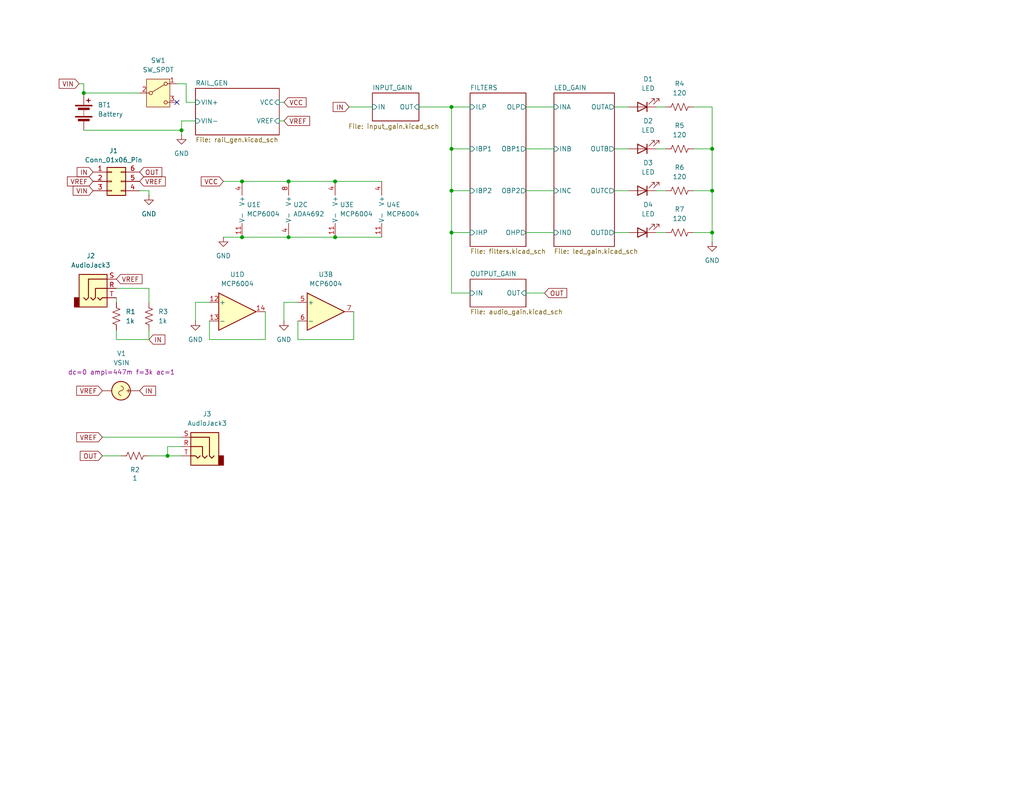
<source format=kicad_sch>
(kicad_sch (version 20250114) (generator "eeschema") (generator_version "9.0")
  (paper "USLetter")
  (title_block (title "EL223FP4L1") (date "2025-05-08") (rev "1") (company "Boles & Walker") (comment 1 "Board Overview"))
  (lib_symbols
    (symbol "Amplifier_Operational:MCP6004" (pin_names (offset 0.127))
      (property "Reference" "U" (at 0 5.08 0))
      (property "Value" "MCP6004" (at 0 -5.08 0))
      (symbol "MCP6004_1_1"
        (polyline (pts (xy -5.08 5.08) (xy 5.08 0) (xy -5.08 -5.08) (xy -5.08 5.08)) (stroke (width 0.254)) (fill (type background)))
        (pin input line (at -7.62 2.54 0) (length 2.54) (name "+") (number "3"))
        (pin input line (at -7.62 -2.54 0) (length 2.54) (name "-") (number "2"))
        (pin output line (at 7.62 0 180) (length 2.54) (name "~") (number "1"))
      )
      (symbol "MCP6004_2_1"
        (polyline (pts (xy -5.08 5.08) (xy 5.08 0) (xy -5.08 -5.08) (xy -5.08 5.08)) (stroke (width 0.254)) (fill (type background)))
        (pin input line (at -7.62 2.54 0) (length 2.54) (name "+") (number "5"))
        (pin input line (at -7.62 -2.54 0) (length 2.54) (name "-") (number "6"))
        (pin output line (at 7.62 0 180) (length 2.54) (name "~") (number "7"))
      )
      (symbol "MCP6004_3_1"
        (polyline (pts (xy -5.08 5.08) (xy 5.08 0) (xy -5.08 -5.08) (xy -5.08 5.08)) (stroke (width 0.254)) (fill (type background)))
        (pin input line (at -7.62 2.54 0) (length 2.54) (name "+") (number "10"))
        (pin input line (at -7.62 -2.54 0) (length 2.54) (name "-") (number "9"))
        (pin output line (at 7.62 0 180) (length 2.54) (name "~") (number "8"))
      )
      (symbol "MCP6004_4_1"
        (polyline (pts (xy -5.08 5.08) (xy 5.08 0) (xy -5.08 -5.08) (xy -5.08 5.08)) (stroke (width 0.254)) (fill (type background)))
        (pin input line (at -7.62 2.54 0) (length 2.54) (name "+") (number "12"))
        (pin input line (at -7.62 -2.54 0) (length 2.54) (name "-") (number "13"))
        (pin output line (at 7.62 0 180) (length 2.54) (name "~") (number "14"))
      )
      (symbol "MCP6004_5_1"
        (pin power_in line (at -2.54 7.62 270) (length 3.81) (name "V+") (number "4"))
        (pin power_in line (at -2.54 -7.62 90) (length 3.81) (name "V-") (number "11"))
      )
    )
    (symbol "Connector_Audio:AudioJack3"
      (property "Reference" "J" (at 0 8.89 0))
      (property "Value" "AudioJack3" (at 0 6.35 0))
      (symbol "AudioJack3_0_1"
        (rectangle (start -5.08 -5.08) (end -6.35 -2.54) (stroke (width 0.254)) (fill (type outline)))
        (polyline (pts (xy -1.905 -2.54) (xy -1.27 -3.175) (xy -0.635 -2.54) (xy -0.635 0) (xy 2.54 0)) (stroke (width 0.254)))
        (polyline (pts (xy 0 -2.54) (xy 0.635 -3.175) (xy 1.27 -2.54) (xy 2.54 -2.54)) (stroke (width 0.254)))
        (rectangle (start 2.54 3.81) (end -5.08 -5.08) (stroke (width 0.254)) (fill (type background)))
        (polyline (pts (xy 2.54 2.54) (xy -2.54 2.54) (xy -2.54 -2.54) (xy -3.175 -3.175) (xy -3.81 -2.54)) (stroke (width 0.254)))
      )
      (symbol "AudioJack3_1_1"
        (pin passive line (at 5.08 2.54 180) (length 2.54) (name "~") (number "S"))
        (pin passive line (at 5.08 0 180) (length 2.54) (name "~") (number "R"))
        (pin passive line (at 5.08 -2.54 180) (length 2.54) (name "~") (number "T"))
      )
    )
    (symbol "Connector_Generic:Conn_02x03_Counter_Clockwise" (pin_names (offset 1.016) (hide yes))
      (property "Reference" "J" (at 1.27 5.08 0))
      (property "Value" "Conn_02x03_Counter_Clockwise" (at 1.27 -5.08 0))
      (symbol "Conn_02x03_Counter_Clockwise_1_1"
        (rectangle (start -1.27 3.81) (end 3.81 -3.81) (stroke (width 0.254)) (fill (type background)))
        (rectangle (start -1.27 2.667) (end 0 2.413) (stroke (width 0.1524)))
        (rectangle (start -1.27 0.127) (end 0 -0.127) (stroke (width 0.1524)))
        (rectangle (start -1.27 -2.413) (end 0 -2.667) (stroke (width 0.1524)))
        (rectangle (start 3.81 2.667) (end 2.54 2.413) (stroke (width 0.1524)))
        (rectangle (start 3.81 0.127) (end 2.54 -0.127) (stroke (width 0.1524)))
        (rectangle (start 3.81 -2.413) (end 2.54 -2.667) (stroke (width 0.1524)))
        (pin passive line (at -5.08 2.54 0) (length 3.81) (name "Pin_1") (number "1"))
        (pin passive line (at -5.08 0 0) (length 3.81) (name "Pin_2") (number "2"))
        (pin passive line (at -5.08 -2.54 0) (length 3.81) (name "Pin_3") (number "3"))
        (pin passive line (at 7.62 2.54 180) (length 3.81) (name "Pin_6") (number "6"))
        (pin passive line (at 7.62 0 180) (length 3.81) (name "Pin_5") (number "5"))
        (pin passive line (at 7.62 -2.54 180) (length 3.81) (name "Pin_4") (number "4"))
      )
    )
    (symbol "Custom:ADA4692-2" (pin_names (offset 0.127))
      (property "Reference" "U" (at 2.54 6.35 0))
      (property "Value" "ADA4692-2" (at 2.54 3.81 0))
      (symbol "ADA4692-2_1_1"
        (polyline (pts (xy 5.08 0) (xy -5.08 5.08) (xy -5.08 -5.08) (xy 5.08 0)) (stroke (width 0.254)) (fill (type background)))
        (pin input line (at -7.62 2.54 0) (length 2.54) (name "+") (number "3"))
        (pin input line (at -7.62 -2.54 0) (length 2.54) (name "-") (number "2"))
        (pin output line (at 7.62 0 180) (length 2.54) (name "~") (number "1"))
      )
      (symbol "ADA4692-2_2_1"
        (polyline (pts (xy 5.08 0) (xy -5.08 5.08) (xy -5.08 -5.08) (xy 5.08 0)) (stroke (width 0.254)) (fill (type background)))
        (pin input line (at -7.62 2.54 0) (length 2.54) (name "+") (number "5"))
        (pin input line (at -7.62 -2.54 0) (length 2.54) (name "-") (number "6"))
        (pin output line (at 7.62 0 180) (length 2.54) (name "~") (number "7"))
      )
      (symbol "ADA4692-2_3_1"
        (pin power_in line (at 0 7.62 270) (length 3.81) (name "V+") (number "8"))
        (pin power_in line (at 0 -7.62 90) (length 3.81) (name "V-") (number "4"))
      )
    )
    (symbol "Device:Battery" (pin_numbers (hide yes)) (pin_names (offset 0) (hide yes))
      (property "Reference" "BT" (at 2.54 2.54 0))
      (property "Value" "Battery" (at 2.54 0 0))
      (symbol "Battery_0_1"
        (rectangle (start -2.286 1.778) (end 2.286 1.524) (fill (type outline)))
        (rectangle (start -2.286 -1.27) (end 2.286 -1.524) (fill (type outline)))
        (rectangle (start -1.524 1.016) (end 1.524 0.508) (fill (type outline)))
        (rectangle (start -1.524 -2.032) (end 1.524 -2.54) (fill (type outline)))
        (polyline (pts (xy 0 1.778) (xy 0 2.54)))
        (polyline (pts (xy 0 0) (xy 0 0.254)))
        (polyline (pts (xy 0 -0.508) (xy 0 -0.254)))
        (polyline (pts (xy 0 -1.016) (xy 0 -0.762)))
        (polyline (pts (xy 0.762 3.048) (xy 1.778 3.048)) (stroke (width 0.254)))
        (polyline (pts (xy 1.27 3.556) (xy 1.27 2.54)) (stroke (width 0.254)))
      )
      (symbol "Battery_1_1"
        (pin passive line (at 0 5.08 270) (length 2.54) (name "+") (number "1"))
        (pin passive line (at 0 -5.08 90) (length 2.54) (name "-") (number "2"))
      )
    )
    (symbol "Device:LED" (pin_numbers (hide yes)) (pin_names (offset 1.016) (hide yes))
      (property "Reference" "D" (at 0 2.54 0))
      (property "Value" "LED" (at 0 -2.54 0))
      (symbol "LED_0_1"
        (polyline (pts (xy -3.048 -0.762) (xy -4.572 -2.286) (xy -3.81 -2.286) (xy -4.572 -2.286) (xy -4.572 -1.524)))
        (polyline (pts (xy -1.778 -0.762) (xy -3.302 -2.286) (xy -2.54 -2.286) (xy -3.302 -2.286) (xy -3.302 -1.524)))
        (polyline (pts (xy -1.27 0) (xy 1.27 0)))
        (polyline (pts (xy -1.27 -1.27) (xy -1.27 1.27)) (stroke (width 0.254)))
        (polyline (pts (xy 1.27 -1.27) (xy 1.27 1.27) (xy -1.27 0) (xy 1.27 -1.27)) (stroke (width 0.254)))
      )
      (symbol "LED_1_1"
        (pin passive line (at -3.81 0 0) (length 2.54) (name "K") (number "1"))
        (pin passive line (at 3.81 0 180) (length 2.54) (name "A") (number "2"))
      )
    )
    (symbol "Device:R_US" (pin_numbers (hide yes)) (pin_names (offset 0))
      (property "Reference" "R" (at 2.54 0 90))
      (property "Value" "R_US" (at -2.54 0 90))
      (symbol "R_US_0_1"
        (polyline (pts (xy 0 2.286) (xy 0 2.54)))
        (polyline (pts (xy 0 2.286) (xy 1.016 1.905) (xy 0 1.524) (xy -1.016 1.143) (xy 0 0.762)))
        (polyline (pts (xy 0 0.762) (xy 1.016 0.381) (xy 0 0) (xy -1.016 -0.381) (xy 0 -0.762)))
        (polyline (pts (xy 0 -0.762) (xy 1.016 -1.143) (xy 0 -1.524) (xy -1.016 -1.905) (xy 0 -2.286)))
        (polyline (pts (xy 0 -2.286) (xy 0 -2.54)))
      )
      (symbol "R_US_1_1"
        (pin passive line (at 0 3.81 270) (length 1.27) (name "~") (number "1"))
        (pin passive line (at 0 -3.81 90) (length 1.27) (name "~") (number "2"))
      )
    )
    (symbol "Simulation_SPICE:VSIN" (pin_numbers (hide yes)) (pin_names (offset 0.0254))
      (property "Reference" "V" (at 2.54 2.54 0))
      (property "Value" "VSIN" (at 2.54 0 0))
      (property "Sim.Params" "dc=0 ampl=1 f=1k ac=1" (at 2.54 -2.54 0))
      (symbol "VSIN_0_0"
        (arc (start -1.27 0) (mid -0.635 0.6323) (end 0 0))
        (arc (start 1.27 0) (mid 0.635 -0.6323) (end 0 0))
        (text "+" (at 0 1.905 0) (effects (font (size 1.27 1.27))))
      )
      (symbol "VSIN_0_1"
        (circle (center 0 0) (radius 2.54) (stroke (width 0.254)) (fill (type background)))
      )
      (symbol "VSIN_1_1"
        (pin passive line (at 0 5.08 270) (length 2.54) (name "~") (number "1"))
        (pin passive line (at 0 -5.08 90) (length 2.54) (name "~") (number "2"))
      )
    )
    (symbol "Switch:SW_SPDT" (pin_names (offset 0) (hide yes))
      (property "Reference" "SW" (at 0 5.08 0))
      (property "Value" "SW_SPDT" (at 0 -5.08 0))
      (symbol "SW_SPDT_0_1"
        (circle (center -2.032 0) (radius 0.4572))
        (polyline (pts (xy -1.651 0.254) (xy 1.651 2.286)))
        (circle (center 2.032 2.54) (radius 0.4572))
        (circle (center 2.032 -2.54) (radius 0.4572))
      )
      (symbol "SW_SPDT_1_1"
        (rectangle (start -3.175 3.81) (end 3.175 -3.81) (fill (type background)))
        (pin passive line (at -5.08 0 0) (length 2.54) (name "B") (number "2"))
        (pin passive line (at 5.08 2.54 180) (length 2.54) (name "A") (number "1"))
        (pin passive line (at 5.08 -2.54 180) (length 2.54) (name "C") (number "3"))
      )
    )
    (symbol "power:GND" (power) (pin_numbers (hide yes)) (pin_names (offset 0) (hide yes))
      (property "Value" "GND" (at 0 -3.81 0))
      (symbol "GND_0_1"
        (polyline (pts (xy 0 0) (xy 0 -1.27) (xy 1.27 -1.27) (xy 0 -2.54) (xy -1.27 -1.27) (xy 0 -1.27)))
      )
      (symbol "GND_1_1"
        (pin power_in line (at 0 0 270) (length 0) (name "~") (number "1"))
      )
    )
  )
  (junction (at 45.72 124.46))
  (junction (at 91.44 49.53))
  (junction (at 123.19 63.5))
  (junction (at 78.74 64.77))
  (junction (at 123.19 52.07))
  (junction (at 91.44 64.77))
  (junction (at 123.19 40.64))
  (junction (at 66.04 64.77))
  (junction (at 194.31 63.5))
  (junction (at 194.31 52.07))
  (junction (at 78.74 49.53))
  (junction (at 66.04 49.53))
  (junction (at 49.53 35.56))
  (junction (at 194.31 40.64))
  (junction (at 22.86 25.4))
  (junction (at 123.19 29.21))
  (no_connect (at 48.26 27.94))
  (wire (pts (xy 78.74 64.77) (xy 91.44 64.77)))
  (wire (pts (xy 123.19 52.07) (xy 123.19 63.5)))
  (wire (pts (xy 49.53 124.46) (xy 45.72 124.46)))
  (wire (pts (xy 194.31 29.21) (xy 194.31 40.64)))
  (wire (pts (xy 194.31 63.5) (xy 194.31 66.04)))
  (wire (pts (xy 179.07 29.21) (xy 181.61 29.21)))
  (wire (pts (xy 40.64 124.46) (xy 45.72 124.46)))
  (wire (pts (xy 40.64 90.17) (xy 40.64 92.71)))
  (wire (pts (xy 189.23 52.07) (xy 194.31 52.07)))
  (wire (pts (xy 22.86 22.86) (xy 22.86 25.4)))
  (wire (pts (xy 21.59 22.86) (xy 22.86 22.86)))
  (wire (pts (xy 114.3 29.21) (xy 123.19 29.21)))
  (wire (pts (xy 76.2 33.02) (xy 77.47 33.02)))
  (wire (pts (xy 143.51 29.21) (xy 151.13 29.21)))
  (wire (pts (xy 194.31 52.07) (xy 194.31 63.5)))
  (wire (pts (xy 143.51 40.64) (xy 151.13 40.64)))
  (wire (pts (xy 189.23 40.64) (xy 194.31 40.64)))
  (wire (pts (xy 22.86 35.56) (xy 49.53 35.56)))
  (wire (pts (xy 38.1 52.07) (xy 40.64 52.07)))
  (wire (pts (xy 179.07 52.07) (xy 181.61 52.07)))
  (wire (pts (xy 40.64 52.07) (xy 40.64 53.34)))
  (wire (pts (xy 91.44 64.77) (xy 104.14 64.77)))
  (wire (pts (xy 189.23 29.21) (xy 194.31 29.21)))
  (wire (pts (xy 167.64 29.21) (xy 171.45 29.21)))
  (wire (pts (xy 167.64 40.64) (xy 171.45 40.64)))
  (wire (pts (xy 78.74 49.53) (xy 91.44 49.53)))
  (wire (pts (xy 72.39 85.09) (xy 72.39 92.71)))
  (wire (pts (xy 91.44 49.53) (xy 104.14 49.53)))
  (wire (pts (xy 40.64 78.74) (xy 40.64 82.55)))
  (wire (pts (xy 66.04 64.77) (xy 78.74 64.77)))
  (wire (pts (xy 53.34 27.94) (xy 50.8 27.94)))
  (wire (pts (xy 77.47 82.55) (xy 77.47 87.63)))
  (wire (pts (xy 66.04 49.53) (xy 78.74 49.53)))
  (wire (pts (xy 57.15 92.71) (xy 57.15 87.63)))
  (wire (pts (xy 143.51 52.07) (xy 151.13 52.07)))
  (wire (pts (xy 143.51 63.5) (xy 151.13 63.5)))
  (wire (pts (xy 60.96 49.53) (xy 66.04 49.53)))
  (wire (pts (xy 40.64 92.71) (xy 31.75 92.71)))
  (wire (pts (xy 123.19 40.64) (xy 128.27 40.64)))
  (wire (pts (xy 194.31 40.64) (xy 194.31 52.07)))
  (wire (pts (xy 53.34 82.55) (xy 53.34 87.63)))
  (wire (pts (xy 72.39 92.71) (xy 57.15 92.71)))
  (wire (pts (xy 50.8 27.94) (xy 50.8 22.86)))
  (wire (pts (xy 60.96 64.77) (xy 66.04 64.77)))
  (wire (pts (xy 179.07 63.5) (xy 181.61 63.5)))
  (wire (pts (xy 49.53 36.83) (xy 49.53 35.56)))
  (wire (pts (xy 81.28 92.71) (xy 81.28 87.63)))
  (wire (pts (xy 81.28 82.55) (xy 77.47 82.55)))
  (wire (pts (xy 31.75 92.71) (xy 31.75 90.17)))
  (wire (pts (xy 123.19 63.5) (xy 128.27 63.5)))
  (wire (pts (xy 123.19 63.5) (xy 123.19 80.01)))
  (wire (pts (xy 31.75 78.74) (xy 40.64 78.74)))
  (wire (pts (xy 27.94 119.38) (xy 49.53 119.38)))
  (wire (pts (xy 143.51 80.01) (xy 148.59 80.01)))
  (wire (pts (xy 31.75 81.28) (xy 31.75 82.55)))
  (wire (pts (xy 50.8 22.86) (xy 48.26 22.86)))
  (wire (pts (xy 27.94 124.46) (xy 33.02 124.46)))
  (wire (pts (xy 123.19 80.01) (xy 128.27 80.01)))
  (wire (pts (xy 49.53 33.02) (xy 53.34 33.02)))
  (wire (pts (xy 57.15 82.55) (xy 53.34 82.55)))
  (wire (pts (xy 95.25 29.21) (xy 101.6 29.21)))
  (wire (pts (xy 179.07 40.64) (xy 181.61 40.64)))
  (wire (pts (xy 22.86 25.4) (xy 38.1 25.4)))
  (wire (pts (xy 189.23 63.5) (xy 194.31 63.5)))
  (wire (pts (xy 49.53 121.92) (xy 45.72 121.92)))
  (wire (pts (xy 167.64 63.5) (xy 171.45 63.5)))
  (wire (pts (xy 123.19 52.07) (xy 128.27 52.07)))
  (wire (pts (xy 49.53 35.56) (xy 49.53 33.02)))
  (wire (pts (xy 76.2 27.94) (xy 77.47 27.94)))
  (wire (pts (xy 45.72 121.92) (xy 45.72 124.46)))
  (wire (pts (xy 123.19 29.21) (xy 128.27 29.21)))
  (wire (pts (xy 123.19 29.21) (xy 123.19 40.64)))
  (wire (pts (xy 167.64 52.07) (xy 171.45 52.07)))
  (wire (pts (xy 96.52 92.71) (xy 81.28 92.71)))
  (wire (pts (xy 123.19 40.64) (xy 123.19 52.07)))
  (wire (pts (xy 96.52 85.09) (xy 96.52 92.71)))
  (global_label "VREF" (shape input) (at 27.94 106.68 180) (property "Intersheetrefs" "${INTERSHEET_REFS}" (effects (hide yes))))
  (global_label "VREF" (shape input) (at 38.1 49.53 0) (property "Intersheetrefs" "${INTERSHEET_REFS}" (effects (hide yes))))
  (global_label "VCC" (shape input) (at 60.96 49.53 180) (property "Intersheetrefs" "${INTERSHEET_REFS}" (effects (hide yes))))
  (global_label "VCC" (shape input) (at 77.47 27.94 0) (property "Intersheetrefs" "${INTERSHEET_REFS}" (effects (hide yes))))
  (global_label "OUT" (shape input) (at 27.94 124.46 180) (property "Intersheetrefs" "${INTERSHEET_REFS}" (effects (hide yes))))
  (global_label "OUT" (shape input) (at 38.1 46.99 0) (property "Intersheetrefs" "${INTERSHEET_REFS}" (effects (hide yes))))
  (global_label "VREF" (shape input) (at 77.47 33.02 0) (property "Intersheetrefs" "${INTERSHEET_REFS}" (effects (hide yes))))
  (global_label "VREF" (shape input) (at 27.94 119.38 180) (property "Intersheetrefs" "${INTERSHEET_REFS}" (effects (hide yes))))
  (global_label "IN" (shape input) (at 40.64 92.71 0) (property "Intersheetrefs" "${INTERSHEET_REFS}" (effects (hide yes))))
  (global_label "VREF" (shape input) (at 31.75 76.2 0) (property "Intersheetrefs" "${INTERSHEET_REFS}" (effects (hide yes))))
  (global_label "IN" (shape input) (at 95.25 29.21 180) (property "Intersheetrefs" "${INTERSHEET_REFS}" (effects (hide yes))))
  (global_label "VIN" (shape input) (at 25.4 52.07 180) (property "Intersheetrefs" "${INTERSHEET_REFS}" (effects (hide yes))))
  (global_label "OUT" (shape input) (at 148.59 80.01 0) (property "Intersheetrefs" "${INTERSHEET_REFS}" (effects (hide yes))))
  (global_label "VIN" (shape input) (at 21.59 22.86 180) (property "Intersheetrefs" "${INTERSHEET_REFS}" (effects (hide yes))))
  (global_label "IN" (shape input) (at 38.1 106.68 0) (property "Intersheetrefs" "${INTERSHEET_REFS}" (effects (hide yes))))
  (global_label "IN" (shape input) (at 25.4 46.99 180) (property "Intersheetrefs" "${INTERSHEET_REFS}" (effects (hide yes))))
  (global_label "VREF" (shape input) (at 25.4 49.53 180) (property "Intersheetrefs" "${INTERSHEET_REFS}" (effects (hide yes))))
  (symbol (lib_id "power:GND") (at 53.34 87.63 0) (unit 1)
    (property "Reference" "#PWR03" (effects (hide yes)))
    (property "Value" "GND" (at 53.34 92.71 0))
    (property "Description" "Power symbol creates a global label with name \"GND\" , ground" (effects (hide yes)))
  )
  (symbol (lib_id "power:GND") (at 40.64 53.34 0) (unit 1)
    (property "Reference" "#PWR01" (effects (hide yes)))
    (property "Value" "GND" (at 40.64 58.42 0))
    (property "Description" "Power symbol creates a global label with name \"GND\" , ground" (effects (hide yes)))
  )
  (symbol (lib_id "Device:R_US") (at 185.42 52.07 90) (unit 1)
    (property "Reference" "R6" (at 185.42 45.72 90))
    (property "Value" "120" (at 185.42 48.26 90))
    (property "Footprint" "Resistor_SMD:R_0805_2012Metric_Pad1.20x1.40mm_HandSolder" (effects (hide yes)))
    (property "Description" "Resistor, US symbol" (effects (hide yes)))
  )
  (symbol (lib_id "Device:LED") (at 175.26 29.21 180) (unit 1)
    (property "Reference" "D1" (at 176.8475 21.59 0))
    (property "Value" "LED" (at 176.8475 24.13 0))
    (property "Footprint" "LED_SMD:LED_0805_2012Metric_Pad1.15x1.40mm_HandSolder" (effects (hide yes)))
    (property "Description" "Light emitting diode" (effects (hide yes)))
    (property "Sim.Pins" "1=K 2=A" (effects (hide yes)))
    (property "Sim.Library" "led.lib" (effects (hide yes)))
    (property "Sim.Name" "LED_GENERAL" (effects (hide yes)))
    (property "Sim.Device" "D" (effects (hide yes)))
  )
  (symbol (lib_id "Device:LED") (at 175.26 63.5 180) (unit 1)
    (property "Reference" "D4" (at 176.8475 55.88 0))
    (property "Value" "LED" (at 176.8475 58.42 0))
    (property "Footprint" "LED_SMD:LED_0805_2012Metric_Pad1.15x1.40mm_HandSolder" (effects (hide yes)))
    (property "Description" "Light emitting diode" (effects (hide yes)))
    (property "Sim.Pins" "1=K 2=A" (effects (hide yes)))
    (property "Sim.Library" "led.lib" (effects (hide yes)))
    (property "Sim.Name" "LED_GENERAL" (effects (hide yes)))
    (property "Sim.Device" "D" (effects (hide yes)))
  )
  (symbol (lib_id "Custom:ADA4692-2") (at 78.74 57.15 0) (unit 3)
    (property "Reference" "U2" (at 80.01 55.8799 0) (effects (justify left)))
    (property "Value" "ADA4692" (at 80.01 58.4199 0) (effects (justify left)))
    (property "Footprint" "Package_SO:SOIC-8_3.9x4.9mm_P1.27mm" (effects (hide yes)))
    (property "Datasheet" "https://www.analog.com/media/en/technical-documentation/data-sheets/ADA4691-2_4691-4_4692-2_4692-4.pdf" (effects (hide yes)))
    (property "Description" "Dual Low Noise, Precision, Rail-to-Rail Output, JFET Op Amp, SOIC-8" (effects (hide yes)))
    (property "Sim.Library" "ada4692.sub" (effects (hide yes)))
    (property "Sim.Name" "ADA4692-2" (effects (hide yes)))
    (property "Sim.Device" "SUBCKT" (effects (hide yes)))
    (property "Sim.Pins" "1=AOUT 2=AIN- 3=AIN+ 4=V- 5=BIN+ 6=BIN- 7=BOUT 8=V+" (effects (hide yes)))
  )
  (symbol (lib_id "Device:R_US") (at 185.42 63.5 90) (unit 1)
    (property "Reference" "R7" (at 185.42 57.15 90))
    (property "Value" "120" (at 185.42 59.69 90))
    (property "Footprint" "Resistor_SMD:R_0805_2012Metric_Pad1.20x1.40mm_HandSolder" (effects (hide yes)))
    (property "Description" "Resistor, US symbol" (effects (hide yes)))
  )
  (symbol (lib_id "Device:R_US") (at 185.42 29.21 90) (unit 1)
    (property "Reference" "R4" (at 185.42 22.86 90))
    (property "Value" "120" (at 185.42 25.4 90))
    (property "Footprint" "Resistor_SMD:R_0805_2012Metric_Pad1.20x1.40mm_HandSolder" (effects (hide yes)))
    (property "Description" "Resistor, US symbol" (effects (hide yes)))
  )
  (symbol (lib_id "Switch:SW_SPDT") (at 43.18 25.4 0) (unit 1)
    (property "Reference" "SW1" (at 43.18 16.51 0))
    (property "Value" "SW_SPDT" (at 43.18 19.05 0))
    (property "Footprint" "Custom:SW_SLW-121586-5A-D" (effects (hide yes)))
    (property "Description" "Switch, single pole double throw" (effects (hide yes)))
  )
  (symbol (lib_id "Connector_Audio:AudioJack3") (at 54.61 121.92 0) (mirror y) (unit 1) (exclude_from_sim yes)
    (property "Reference" "J3" (at 56.515 113.03 0))
    (property "Value" "AudioJack3" (at 56.515 115.57 0))
    (property "Footprint" "Custom:Jack_3.5mm_CUI_SJ1-3523N_Horizontal" (effects (hide yes)))
    (property "Description" "Audio Jack, 3 Poles (Stereo / TRS)" (effects (hide yes)))
  )
  (symbol (lib_id "power:GND") (at 60.96 64.77 0) (unit 1)
    (property "Reference" "#PWR04" (effects (hide yes)))
    (property "Value" "GND" (at 60.96 69.85 0))
    (property "Description" "Power symbol creates a global label with name \"GND\" , ground" (effects (hide yes)))
  )
  (symbol (lib_id "power:GND") (at 49.53 36.83 0) (unit 1)
    (property "Reference" "#PWR02" (effects (hide yes)))
    (property "Value" "GND" (at 49.53 41.91 0))
    (property "Description" "Power symbol creates a global label with name \"GND\" , ground" (effects (hide yes)))
  )
  (symbol (lib_id "Connector_Generic:Conn_02x03_Counter_Clockwise") (at 30.48 49.53 0) (unit 1)
    (property "Reference" "J1" (at 30.988 41.148 0))
    (property "Value" "Conn_01x06_Pin" (at 30.988 43.688 0))
    (property "Footprint" "Connector_PinHeader_2.54mm:PinHeader_2x03_P2.54mm_Vertical" (effects (hide yes)))
    (property "Description" "Generic connector, double row, 02x03, counter clockwise pin numbering scheme (similar to DIP package numbering), script generated (kicad-library-utils/schlib/autogen/connector/)" (effects (hide yes)))
  )
  (symbol (lib_id "Amplifier_Operational:MCP6004") (at 93.98 57.15 0) (unit 5)
    (property "Reference" "U3" (at 92.71 55.8799 0) (effects (justify left)))
    (property "Value" "MCP6004" (at 92.71 58.4199 0) (effects (justify left)))
    (property "Footprint" "Package_SO:SOIC-14_3.9x8.7mm_P1.27mm" (effects (hide yes)))
    (property "Datasheet" "http://ww1.microchip.com/downloads/en/DeviceDoc/21733j.pdf" (effects (hide yes)))
    (property "Description" "1MHz, Low-Power Op Amp, DIP-14/SOIC-14/TSSOP-14" (effects (hide yes)))
    (property "Sim.Library" "MCP6001.lib" (effects (hide yes)))
    (property "Sim.Name" "MCP6004" (effects (hide yes)))
    (property "Sim.Device" "SUBCKT" (effects (hide yes)))
    (property "Sim.Pins" "1=OUTA 2=A- 3=A+ 4=VDD 5=B+ 6=B- 7=OUTB 8=OUTC 9=C- 10=C+ 11=VSS 12=D+ 13=D- 14=OUTD" (effects (hide yes)))
  )
  (symbol (lib_id "Amplifier_Operational:MCP6004") (at 88.9 85.09 0) (unit 2)
    (property "Reference" "U3" (at 88.9 74.93 0))
    (property "Value" "MCP6004" (at 88.9 77.47 0))
    (property "Footprint" "Package_SO:SOIC-14_3.9x8.7mm_P1.27mm" (effects (hide yes)))
    (property "Datasheet" "http://ww1.microchip.com/downloads/en/DeviceDoc/21733j.pdf" (effects (hide yes)))
    (property "Description" "1MHz, Low-Power Op Amp, DIP-14/SOIC-14/TSSOP-14" (effects (hide yes)))
    (property "Sim.Library" "MCP6001.lib" (effects (hide yes)))
    (property "Sim.Name" "MCP6004" (effects (hide yes)))
    (property "Sim.Device" "SUBCKT" (effects (hide yes)))
    (property "Sim.Pins" "1=OUTA 2=A- 3=A+ 4=VDD 5=B+ 6=B- 7=OUTB 8=OUTC 9=C- 10=C+ 11=VSS 12=D+ 13=D- 14=OUTD" (effects (hide yes)))
  )
  (symbol (lib_id "Device:R_US") (at 31.75 86.36 0) (unit 1)
    (property "Reference" "R1" (at 34.29 85.0899 0) (effects (justify left)))
    (property "Value" "1k" (at 34.29 87.6299 0) (effects (justify left)))
    (property "Footprint" "Resistor_SMD:R_0805_2012Metric_Pad1.20x1.40mm_HandSolder" (effects (hide yes)))
    (property "Description" "Resistor, US symbol" (effects (hide yes)))
  )
  (symbol (lib_id "Device:LED") (at 175.26 52.07 180) (unit 1)
    (property "Reference" "D3" (at 176.8475 44.45 0))
    (property "Value" "LED" (at 176.8475 46.99 0))
    (property "Footprint" "LED_SMD:LED_0805_2012Metric_Pad1.15x1.40mm_HandSolder" (effects (hide yes)))
    (property "Description" "Light emitting diode" (effects (hide yes)))
    (property "Sim.Pins" "1=K 2=A" (effects (hide yes)))
    (property "Sim.Library" "led.lib" (effects (hide yes)))
    (property "Sim.Name" "LED_GENERAL" (effects (hide yes)))
    (property "Sim.Device" "D" (effects (hide yes)))
  )
  (symbol (lib_id "Device:R_US") (at 185.42 40.64 90) (unit 1)
    (property "Reference" "R5" (at 185.42 34.29 90))
    (property "Value" "120" (at 185.42 36.83 90))
    (property "Footprint" "Resistor_SMD:R_0805_2012Metric_Pad1.20x1.40mm_HandSolder" (effects (hide yes)))
    (property "Description" "Resistor, US symbol" (effects (hide yes)))
  )
  (symbol (lib_id "Amplifier_Operational:MCP6004") (at 106.68 57.15 0) (unit 5)
    (property "Reference" "U4" (at 105.41 55.8799 0) (effects (justify left)))
    (property "Value" "MCP6004" (at 105.41 58.4199 0) (effects (justify left)))
    (property "Footprint" "Package_SO:SOIC-14_3.9x8.7mm_P1.27mm" (effects (hide yes)))
    (property "Datasheet" "http://ww1.microchip.com/downloads/en/DeviceDoc/21733j.pdf" (effects (hide yes)))
    (property "Description" "1MHz, Low-Power Op Amp, DIP-14/SOIC-14/TSSOP-14" (effects (hide yes)))
    (property "Sim.Library" "MCP6001.lib" (effects (hide yes)))
    (property "Sim.Name" "MCP6004" (effects (hide yes)))
    (property "Sim.Device" "SUBCKT" (effects (hide yes)))
    (property "Sim.Pins" "1=OUTA 2=A- 3=A+ 4=VDD 5=B+ 6=B- 7=OUTB 8=OUTC 9=C- 10=C+ 11=VSS 12=D+ 13=D- 14=OUTD" (effects (hide yes)))
  )
  (symbol (lib_id "Device:LED") (at 175.26 40.64 180) (unit 1)
    (property "Reference" "D2" (at 176.8475 33.02 0))
    (property "Value" "LED" (at 176.8475 35.56 0))
    (property "Footprint" "LED_SMD:LED_0805_2012Metric_Pad1.15x1.40mm_HandSolder" (effects (hide yes)))
    (property "Description" "Light emitting diode" (effects (hide yes)))
    (property "Sim.Pins" "1=K 2=A" (effects (hide yes)))
    (property "Sim.Library" "led.lib" (effects (hide yes)))
    (property "Sim.Name" "LED_GENERAL" (effects (hide yes)))
    (property "Sim.Device" "D" (effects (hide yes)))
  )
  (symbol (lib_id "Simulation_SPICE:VSIN") (at 33.02 106.68 270) (unit 1) (in_bom no) (on_board no)
    (property "Reference" "V1" (at 33.1498 96.52 90))
    (property "Value" "VSIN" (at 33.1498 99.06 90))
    (property "Datasheet" "https://ngspice.sourceforge.io/docs/ngspice-html-manual/manual.xhtml#sec_Independent_Sources_for" (effects (hide yes)))
    (property "Description" "Voltage source, sinusoidal" (effects (hide yes)))
    (property "Sim.Pins" "1=+ 2=-" (effects (hide yes)))
    (property "Sim.Params" "dc=0 ampl=447m f=3k ac=1" (at 33.1498 101.6 90))
    (property "Sim.Type" "SIN" (effects (hide yes)))
    (property "Sim.Device" "V" (effects (hide yes)))
  )
  (symbol (lib_id "Device:R_US") (at 40.64 86.36 0) (unit 1)
    (property "Reference" "R3" (at 43.18 85.0899 0) (effects (justify left)))
    (property "Value" "1k" (at 43.18 87.6299 0) (effects (justify left)))
    (property "Footprint" "Resistor_SMD:R_0805_2012Metric_Pad1.20x1.40mm_HandSolder" (effects (hide yes)))
    (property "Description" "Resistor, US symbol" (effects (hide yes)))
  )
  (symbol (lib_id "power:GND") (at 77.47 87.63 0) (unit 1)
    (property "Reference" "#PWR05" (effects (hide yes)))
    (property "Value" "GND" (at 77.47 92.71 0))
    (property "Description" "Power symbol creates a global label with name \"GND\" , ground" (effects (hide yes)))
  )
  (symbol (lib_id "Connector_Audio:AudioJack3") (at 26.67 78.74 0) (unit 1) (exclude_from_sim yes)
    (property "Reference" "J2" (at 24.765 69.85 0))
    (property "Value" "AudioJack3" (at 24.765 72.39 0))
    (property "Footprint" "Custom:Jack_3.5mm_CUI_SJ1-3523N_Horizontal" (effects (hide yes)))
    (property "Description" "Audio Jack, 3 Poles (Stereo / TRS)" (effects (hide yes)))
  )
  (symbol (lib_id "Device:R_US") (at 36.83 124.46 90) (unit 1)
    (property "Reference" "R2" (at 36.83 128.27 90))
    (property "Value" "1" (at 36.83 130.556 90))
    (property "Footprint" "Resistor_SMD:R_0805_2012Metric_Pad1.20x1.40mm_HandSolder" (effects (hide yes)))
    (property "Description" "Resistor, US symbol" (effects (hide yes)))
  )
  (symbol (lib_id "power:GND") (at 194.31 66.04 0) (unit 1)
    (property "Reference" "#PWR06" (effects (hide yes)))
    (property "Value" "GND" (at 194.31 71.12 0))
    (property "Description" "Power symbol creates a global label with name \"GND\" , ground" (effects (hide yes)))
  )
  (symbol (lib_id "Device:Battery") (at 22.86 30.48 0) (unit 1) (exclude_from_sim yes)
    (property "Reference" "BT1" (at 26.67 28.6384 0) (effects (justify left)))
    (property "Value" "Battery" (at 26.67 31.1784 0) (effects (justify left)))
    (property "Footprint" "Battery:BatteryHolder_Keystone_2468_2xAAA" (effects (hide yes)))
    (property "Description" "Multiple-cell battery" (effects (hide yes)))
    (property "Sim.Device" "V" (effects (hide yes)))
    (property "Sim.Pins" "1=+ 2=-" (effects (hide yes)))
    (property "Sim.Type" "PWL" (effects (hide yes)))
    (property "Sim.Params" "pwl=\"0 0 10u 0 0.1m 3\"" (effects (hide yes)))
  )
  (symbol (lib_id "Amplifier_Operational:MCP6004") (at 64.77 85.09 0) (unit 4)
    (property "Reference" "U1" (at 64.77 74.93 0))
    (property "Value" "MCP6004" (at 64.77 77.47 0))
    (property "Footprint" "Package_SO:SOIC-14_3.9x8.7mm_P1.27mm" (effects (hide yes)))
    (property "Datasheet" "http://ww1.microchip.com/downloads/en/DeviceDoc/21733j.pdf" (effects (hide yes)))
    (property "Description" "1MHz, Low-Power Op Amp, DIP-14/SOIC-14/TSSOP-14" (effects (hide yes)))
    (property "Sim.Library" "MCP6001.lib" (effects (hide yes)))
    (property "Sim.Name" "MCP6004" (effects (hide yes)))
    (property "Sim.Device" "SUBCKT" (effects (hide yes)))
    (property "Sim.Pins" "1=OUTA 2=A- 3=A+ 4=VDD 5=B+ 6=B- 7=OUTB 8=OUTC 9=C- 10=C+ 11=VSS 12=D+ 13=D- 14=OUTD" (effects (hide yes)))
  )
  (symbol (lib_id "Amplifier_Operational:MCP6004") (at 68.58 57.15 0) (unit 5)
    (property "Reference" "U1" (at 67.31 55.8799 0) (effects (justify left)))
    (property "Value" "MCP6004" (at 67.31 58.4199 0) (effects (justify left)))
    (property "Footprint" "Package_SO:SOIC-14_3.9x8.7mm_P1.27mm" (effects (hide yes)))
    (property "Datasheet" "http://ww1.microchip.com/downloads/en/DeviceDoc/21733j.pdf" (effects (hide yes)))
    (property "Description" "1MHz, Low-Power Op Amp, DIP-14/SOIC-14/TSSOP-14" (effects (hide yes)))
    (property "Sim.Library" "MCP6001.lib" (effects (hide yes)))
    (property "Sim.Name" "MCP6004" (effects (hide yes)))
    (property "Sim.Device" "SUBCKT" (effects (hide yes)))
    (property "Sim.Pins" "1=OUTA 2=A- 3=A+ 4=VDD 5=B+ 6=B- 7=OUTB 8=OUTC 9=C- 10=C+ 11=VSS 12=D+ 13=D- 14=OUTD" (effects (hide yes)))
  )
  (sheet (at 128.27 76.2) (size 15.24 7.62) (stroke (width 0.1524))
    (property "Sheetname" "OUTPUT_GAIN" (at 128.27 75.4884 0) (effects (justify left bottom)))
    (property "Sheetfile" "audio_gain.kicad_sch" (at 128.27 84.4046 0) (effects (justify left top)))
    (pin "IN" input (at 128.27 80.01 180))
    (pin "OUT" input (at 143.51 80.01 0))
  )
  (sheet (at 128.27 25.4) (size 15.24 41.91) (stroke (width 0.1524))
    (property "Sheetname" "FILTERS" (at 128.27 24.6884 0) (effects (justify left bottom)))
    (property "Sheetfile" "filters.kicad_sch" (at 128.27 67.8946 0) (effects (justify left top)))
    (pin "IBP1" input (at 128.27 40.64 180))
    (pin "IBP2" input (at 128.27 52.07 180))
    (pin "ILP" input (at 128.27 29.21 180))
    (pin "OBP1" output (at 143.51 40.64 0))
    (pin "OBP2" output (at 143.51 52.07 0))
    (pin "OLP" output (at 143.51 29.21 0))
    (pin "IHP" input (at 128.27 63.5 180))
    (pin "OHP" output (at 143.51 63.5 0))
  )
  (sheet (at 53.34 24.13) (size 22.86 12.7) (stroke (width 0.1524))
    (property "Sheetname" "RAIL_GEN" (at 53.34 23.4184 0) (effects (justify left bottom)))
    (property "Sheetfile" "rail_gen.kicad_sch" (at 53.34 37.4146 0) (effects (justify left top)))
    (pin "VREF" input (at 76.2 33.02 0))
    (pin "VCC" input (at 76.2 27.94 0))
    (pin "VIN+" input (at 53.34 27.94 180))
    (pin "VIN-" input (at 53.34 33.02 180))
  )
  (sheet (at 101.6 25.4) (size 12.7 7.62) (stroke (width 0.1524))
    (property "Sheetname" "INPUT_GAIN" (at 101.6 24.6884 0) (effects (justify left bottom)))
    (property "Sheetfile" "input_gain.kicad_sch" (at 94.996 33.782 0) (effects (justify left top)))
    (pin "IN" input (at 101.6 29.21 180))
    (pin "OUT" input (at 114.3 29.21 0))
  )
  (sheet (at 151.13 25.4) (size 16.51 41.91) (stroke (width 0.1524))
    (property "Sheetname" "LED_GAIN" (at 151.13 24.6884 0) (effects (justify left bottom)))
    (property "Sheetfile" "led_gain.kicad_sch" (at 151.13 67.8946 0) (effects (justify left top)))
    (pin "INA" input (at 151.13 29.21 180))
    (pin "INB" input (at 151.13 40.64 180))
    (pin "INC" input (at 151.13 52.07 180))
    (pin "IND" input (at 151.13 63.5 180))
    (pin "OUTA" output (at 167.64 29.21 0))
    (pin "OUTB" output (at 167.64 40.64 0))
    (pin "OUTC" output (at 167.64 52.07 0))
    (pin "OUTD" output (at 167.64 63.5 0))
  )
)
</source>
